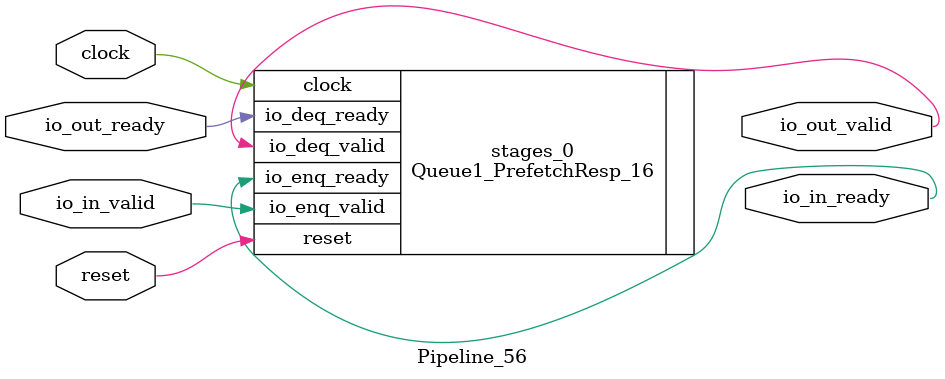
<source format=sv>
`ifndef RANDOMIZE
  `ifdef RANDOMIZE_MEM_INIT
    `define RANDOMIZE
  `endif // RANDOMIZE_MEM_INIT
`endif // not def RANDOMIZE
`ifndef RANDOMIZE
  `ifdef RANDOMIZE_REG_INIT
    `define RANDOMIZE
  `endif // RANDOMIZE_REG_INIT
`endif // not def RANDOMIZE

`ifndef RANDOM
  `define RANDOM $random
`endif // not def RANDOM

// Users can define INIT_RANDOM as general code that gets injected into the
// initializer block for modules with registers.
`ifndef INIT_RANDOM
  `define INIT_RANDOM
`endif // not def INIT_RANDOM

// If using random initialization, you can also define RANDOMIZE_DELAY to
// customize the delay used, otherwise 0.002 is used.
`ifndef RANDOMIZE_DELAY
  `define RANDOMIZE_DELAY 0.002
`endif // not def RANDOMIZE_DELAY

// Define INIT_RANDOM_PROLOG_ for use in our modules below.
`ifndef INIT_RANDOM_PROLOG_
  `ifdef RANDOMIZE
    `ifdef VERILATOR
      `define INIT_RANDOM_PROLOG_ `INIT_RANDOM
    `else  // VERILATOR
      `define INIT_RANDOM_PROLOG_ `INIT_RANDOM #`RANDOMIZE_DELAY begin end
    `endif // VERILATOR
  `else  // RANDOMIZE
    `define INIT_RANDOM_PROLOG_
  `endif // RANDOMIZE
`endif // not def INIT_RANDOM_PROLOG_

// Include register initializers in init blocks unless synthesis is set
`ifndef SYNTHESIS
  `ifndef ENABLE_INITIAL_REG_
    `define ENABLE_INITIAL_REG_
  `endif // not def ENABLE_INITIAL_REG_
`endif // not def SYNTHESIS

// Include rmemory initializers in init blocks unless synthesis is set
`ifndef SYNTHESIS
  `ifndef ENABLE_INITIAL_MEM_
    `define ENABLE_INITIAL_MEM_
  `endif // not def ENABLE_INITIAL_MEM_
`endif // not def SYNTHESIS

module Pipeline_56(
  input  clock,
  input  reset,
  output io_in_ready,
  input  io_in_valid,
  input  io_out_ready,
  output io_out_valid
);

  Queue1_PrefetchResp_16 stages_0 (
    .clock        (clock),
    .reset        (reset),
    .io_enq_ready (io_in_ready),
    .io_enq_valid (io_in_valid),
    .io_deq_ready (io_out_ready),
    .io_deq_valid (io_out_valid)
  );
endmodule


</source>
